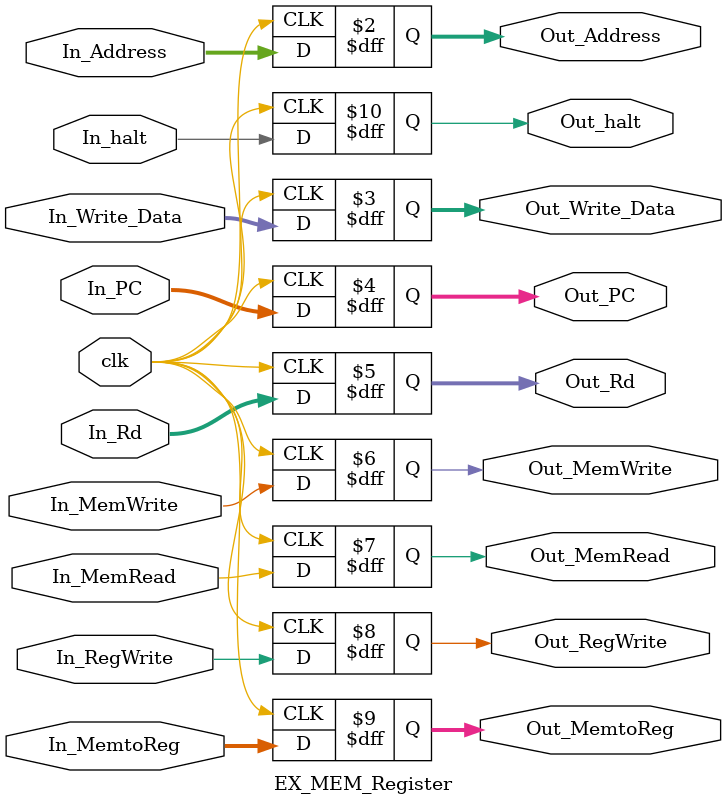
<source format=v>
module EX_MEM_Register (
// input signals
	
	clk,In_Address,In_Write_Data, In_Rd,
	 
	// output signals
	Out_Address,Out_Write_Data, Out_Rd,
	// control unit input signals
	
	// MEM signals
	In_MemWrite,In_MemRead,
	
	// WB signals
	In_RegWrite, In_MemtoReg,
	
	// control unit output signals
	
	// MEM signals
	Out_MemWrite,Out_MemRead,
	
	// WB signals
	Out_RegWrite, Out_MemtoReg,
	In_PC,Out_PC,
	
	// halt signal
	In_halt,Out_halt
); 


input clk ;

input [31:0] In_Address,In_Write_Data,In_PC ; // this refer to ALU reselt as an address and Read data 2 from register file as an write data to store in memory

input [4:0] In_Rd; // the values come from the instruction in ID stage

input In_MemWrite,In_MemRead,In_RegWrite;

input [1:0] In_MemtoReg;

input In_halt;

output reg [31:0]  Out_Address,Out_Write_Data,Out_PC ;

output reg [4:0]   Out_Rd; 

output reg Out_MemWrite,Out_MemRead,Out_RegWrite;
							 

output reg [1:0] Out_MemtoReg;

output reg Out_halt;

						 
						 
always @(posedge clk)
	begin
		
			
			Out_Address <= In_Address;
			Out_Write_Data <= In_Write_Data;
					
			Out_Rd <=In_Rd;
			
			Out_MemWrite <= In_MemWrite;
			Out_MemRead <= In_MemRead;
			Out_RegWrite <= In_RegWrite;
			
			Out_MemtoReg<=In_MemtoReg;
			
			Out_PC<=In_PC;
			
			Out_halt<=In_halt;
			
	
	end


						 
							 
endmodule 
</source>
